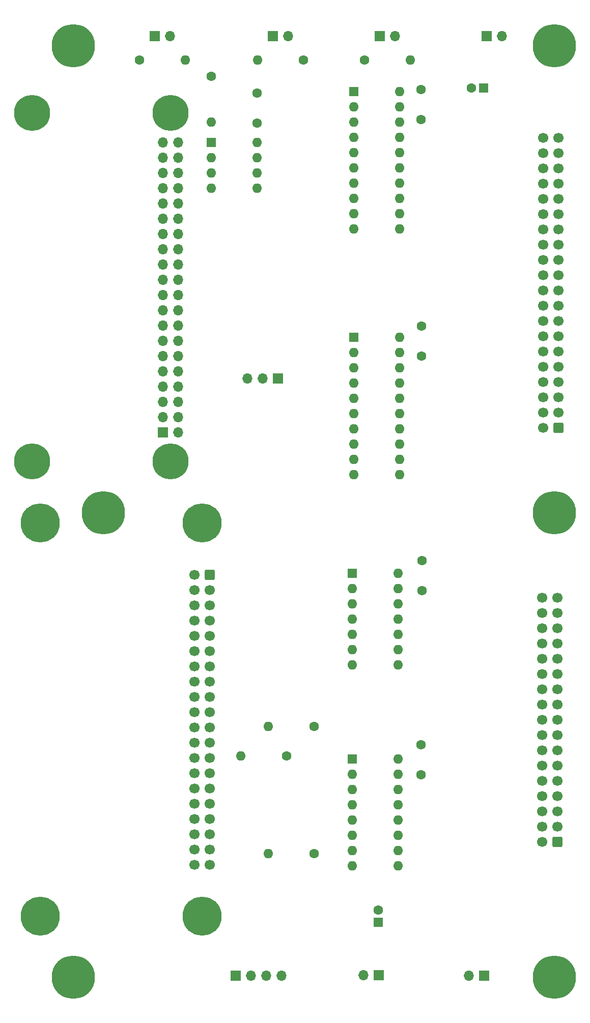
<source format=gbr>
%TF.GenerationSoftware,KiCad,Pcbnew,(6.0.11)*%
%TF.CreationDate,2024-01-03T20:09:10+00:00*%
%TF.ProjectId,BBCWinchesterPro,42424357-696e-4636-9865-737465725072,rev?*%
%TF.SameCoordinates,Original*%
%TF.FileFunction,Soldermask,Top*%
%TF.FilePolarity,Negative*%
%FSLAX46Y46*%
G04 Gerber Fmt 4.6, Leading zero omitted, Abs format (unit mm)*
G04 Created by KiCad (PCBNEW (6.0.11)) date 2024-01-03 20:09:10*
%MOMM*%
%LPD*%
G01*
G04 APERTURE LIST*
G04 Aperture macros list*
%AMRoundRect*
0 Rectangle with rounded corners*
0 $1 Rounding radius*
0 $2 $3 $4 $5 $6 $7 $8 $9 X,Y pos of 4 corners*
0 Add a 4 corners polygon primitive as box body*
4,1,4,$2,$3,$4,$5,$6,$7,$8,$9,$2,$3,0*
0 Add four circle primitives for the rounded corners*
1,1,$1+$1,$2,$3*
1,1,$1+$1,$4,$5*
1,1,$1+$1,$6,$7*
1,1,$1+$1,$8,$9*
0 Add four rect primitives between the rounded corners*
20,1,$1+$1,$2,$3,$4,$5,0*
20,1,$1+$1,$4,$5,$6,$7,0*
20,1,$1+$1,$6,$7,$8,$9,0*
20,1,$1+$1,$8,$9,$2,$3,0*%
G04 Aperture macros list end*
%ADD10R,1.600000X1.600000*%
%ADD11O,1.600000X1.600000*%
%ADD12C,1.600000*%
%ADD13C,7.200000*%
%ADD14C,6.500000*%
%ADD15RoundRect,0.250000X-0.600000X-0.600000X0.600000X-0.600000X0.600000X0.600000X-0.600000X0.600000X0*%
%ADD16C,1.700000*%
%ADD17R,1.700000X1.700000*%
%ADD18O,1.700000X1.700000*%
%ADD19RoundRect,0.250000X0.600000X0.600000X-0.600000X0.600000X-0.600000X-0.600000X0.600000X-0.600000X0*%
%ADD20C,6.000000*%
G04 APERTURE END LIST*
D10*
%TO.C,U3*%
X119360000Y-36501052D03*
D11*
X119360000Y-39041052D03*
X119360000Y-41581052D03*
X119360000Y-44121052D03*
X119360000Y-46661052D03*
X119360000Y-49201052D03*
X119360000Y-51741052D03*
X119360000Y-54281052D03*
X119360000Y-56821052D03*
X119360000Y-59361052D03*
X126980000Y-59361052D03*
X126980000Y-56821052D03*
X126980000Y-54281052D03*
X126980000Y-51741052D03*
X126980000Y-49201052D03*
X126980000Y-46661052D03*
X126980000Y-44121052D03*
X126980000Y-41581052D03*
X126980000Y-39041052D03*
X126980000Y-36501052D03*
%TD*%
D12*
%TO.C,C2*%
X130740000Y-114630000D03*
X130740000Y-119630000D03*
%TD*%
D13*
%TO.C,REF\u002A\u002A*%
X77722500Y-106600000D03*
%TD*%
D10*
%TO.C,C7*%
X140955113Y-35980000D03*
D12*
X138955113Y-35980000D03*
%TD*%
D14*
%TO.C,J4*%
X67250000Y-173809500D03*
X67250000Y-108310500D03*
X94130000Y-108310500D03*
X94130000Y-173809500D03*
D15*
X95400000Y-116930000D03*
D16*
X92860000Y-116930000D03*
X95400000Y-119470000D03*
X92860000Y-119470000D03*
X95400000Y-122010000D03*
X92860000Y-122010000D03*
X95400000Y-124550000D03*
X92860000Y-124550000D03*
X95400000Y-127090000D03*
X92860000Y-127090000D03*
X95400000Y-129630000D03*
X92860000Y-129630000D03*
X95400000Y-132170000D03*
X92860000Y-132170000D03*
X95400000Y-134710000D03*
X92860000Y-134710000D03*
X95400000Y-137250000D03*
X92860000Y-137250000D03*
X95400000Y-139790000D03*
X92860000Y-139790000D03*
X95400000Y-142330000D03*
X92860000Y-142330000D03*
X95400000Y-144870000D03*
X92860000Y-144870000D03*
X95400000Y-147410000D03*
X92860000Y-147410000D03*
X95400000Y-149950000D03*
X92860000Y-149950000D03*
X95400000Y-152490000D03*
X92860000Y-152490000D03*
X95400000Y-155030000D03*
X92860000Y-155030000D03*
X95400000Y-157570000D03*
X92860000Y-157570000D03*
X95400000Y-160110000D03*
X92860000Y-160110000D03*
X95400000Y-162650000D03*
X92860000Y-162650000D03*
X95400000Y-165190000D03*
X92860000Y-165190000D03*
%TD*%
D10*
%TO.C,U4*%
X119360000Y-77401052D03*
D11*
X119360000Y-79941052D03*
X119360000Y-82481052D03*
X119360000Y-85021052D03*
X119360000Y-87561052D03*
X119360000Y-90101052D03*
X119360000Y-92641052D03*
X119360000Y-95181052D03*
X119360000Y-97721052D03*
X119360000Y-100261052D03*
X126980000Y-100261052D03*
X126980000Y-97721052D03*
X126980000Y-95181052D03*
X126980000Y-92641052D03*
X126980000Y-90101052D03*
X126980000Y-87561052D03*
X126980000Y-85021052D03*
X126980000Y-82481052D03*
X126980000Y-79941052D03*
X126980000Y-77401052D03*
%TD*%
D12*
%TO.C,R4*%
X108204000Y-147066000D03*
D11*
X100584000Y-147066000D03*
%TD*%
D17*
%TO.C,D1*%
X86320060Y-27330000D03*
D18*
X88860060Y-27330000D03*
%TD*%
D12*
%TO.C,R7*%
X95700000Y-33980000D03*
D11*
X95700000Y-41600000D03*
%TD*%
D10*
%TO.C,U2*%
X119110000Y-147580000D03*
D11*
X119110000Y-150120000D03*
X119110000Y-152660000D03*
X119110000Y-155200000D03*
X119110000Y-157740000D03*
X119110000Y-160280000D03*
X119110000Y-162820000D03*
X119110000Y-165360000D03*
X126730000Y-165360000D03*
X126730000Y-162820000D03*
X126730000Y-160280000D03*
X126730000Y-157740000D03*
X126730000Y-155200000D03*
X126730000Y-152660000D03*
X126730000Y-150120000D03*
X126730000Y-147580000D03*
%TD*%
D13*
%TO.C,REF\u002A\u002A*%
X72722500Y-183900000D03*
%TD*%
D17*
%TO.C,J3*%
X123520000Y-183628571D03*
D18*
X120980000Y-183628571D03*
%TD*%
D12*
%TO.C,R5*%
X112790000Y-163340000D03*
D11*
X105170000Y-163340000D03*
%TD*%
D13*
%TO.C,REF\u002A\u002A*%
X152722500Y-106600000D03*
%TD*%
D12*
%TO.C,C6*%
X103320000Y-41756052D03*
X103320000Y-36756052D03*
%TD*%
%TO.C,C3*%
X130600000Y-145240000D03*
X130600000Y-150240000D03*
%TD*%
D17*
%TO.C,D3*%
X105907024Y-27330000D03*
D18*
X108447024Y-27330000D03*
%TD*%
D12*
%TO.C,R3*%
X121145060Y-31240000D03*
D11*
X128765060Y-31240000D03*
%TD*%
D10*
%TO.C,U5*%
X95680000Y-44970000D03*
D11*
X95680000Y-47510000D03*
X95680000Y-50050000D03*
X95680000Y-52590000D03*
X103300000Y-52590000D03*
X103300000Y-50050000D03*
X103300000Y-47510000D03*
X103300000Y-44970000D03*
%TD*%
D19*
%TO.C,J5*%
X153475000Y-92506052D03*
D16*
X150935000Y-92506052D03*
X153475000Y-89966052D03*
X150935000Y-89966052D03*
X153475000Y-87426052D03*
X150935000Y-87426052D03*
X153475000Y-84886052D03*
X150935000Y-84886052D03*
X153475000Y-82346052D03*
X150935000Y-82346052D03*
X153475000Y-79806052D03*
X150935000Y-79806052D03*
X153475000Y-77266052D03*
X150935000Y-77266052D03*
X153475000Y-74726052D03*
X150935000Y-74726052D03*
X153475000Y-72186052D03*
X150935000Y-72186052D03*
X153475000Y-69646052D03*
X150935000Y-69646052D03*
X153475000Y-67106052D03*
X150935000Y-67106052D03*
X153475000Y-64566052D03*
X150935000Y-64566052D03*
X153475000Y-62026052D03*
X150935000Y-62026052D03*
X153475000Y-59486052D03*
X150935000Y-59486052D03*
X153475000Y-56946052D03*
X150935000Y-56946052D03*
X153475000Y-54406052D03*
X150935000Y-54406052D03*
X153475000Y-51866052D03*
X150935000Y-51866052D03*
X153475000Y-49326052D03*
X150935000Y-49326052D03*
X153475000Y-46786052D03*
X150935000Y-46786052D03*
X153475000Y-44246052D03*
X150935000Y-44246052D03*
%TD*%
D17*
%TO.C,P1*%
X141460060Y-27340000D03*
D18*
X144000060Y-27340000D03*
%TD*%
D17*
%TO.C,JP1*%
X141035000Y-183710000D03*
D18*
X138495000Y-183710000D03*
%TD*%
D17*
%TO.C,D2*%
X123680060Y-27330000D03*
D18*
X126220060Y-27330000D03*
%TD*%
D10*
%TO.C,U1*%
X119110000Y-116740000D03*
D11*
X119110000Y-119280000D03*
X119110000Y-121820000D03*
X119110000Y-124360000D03*
X119110000Y-126900000D03*
X119110000Y-129440000D03*
X119110000Y-131980000D03*
X126730000Y-131980000D03*
X126730000Y-129440000D03*
X126730000Y-126900000D03*
X126730000Y-124360000D03*
X126730000Y-121820000D03*
X126730000Y-119280000D03*
X126730000Y-116740000D03*
%TD*%
D17*
%TO.C,J2*%
X99760000Y-183650000D03*
D18*
X102300000Y-183650000D03*
X104840000Y-183650000D03*
X107380000Y-183650000D03*
%TD*%
D12*
%TO.C,R1*%
X112790000Y-142200000D03*
D11*
X105170000Y-142200000D03*
%TD*%
D13*
%TO.C,REF\u002A\u002A*%
X72722500Y-28900000D03*
%TD*%
D12*
%TO.C,C5*%
X130620000Y-75596052D03*
X130620000Y-80596052D03*
%TD*%
D20*
%TO.C,J6*%
X88890000Y-98101052D03*
X88890000Y-40101052D03*
X65890000Y-98101052D03*
X65890000Y-40101052D03*
D17*
X87620000Y-93231052D03*
D18*
X90160000Y-93231052D03*
X87620000Y-90691052D03*
X90160000Y-90691052D03*
X87620000Y-88151052D03*
X90160000Y-88151052D03*
X87620000Y-85611052D03*
X90160000Y-85611052D03*
X87620000Y-83071052D03*
X90160000Y-83071052D03*
X87620000Y-80531052D03*
X90160000Y-80531052D03*
X87620000Y-77991052D03*
X90160000Y-77991052D03*
X87620000Y-75451052D03*
X90160000Y-75451052D03*
X87620000Y-72911052D03*
X90160000Y-72911052D03*
X87620000Y-70371052D03*
X90160000Y-70371052D03*
X87620000Y-67831052D03*
X90160000Y-67831052D03*
X87620000Y-65291052D03*
X90160000Y-65291052D03*
X87620000Y-62751052D03*
X90160000Y-62751052D03*
X87620000Y-60211052D03*
X90160000Y-60211052D03*
X87620000Y-57671052D03*
X90160000Y-57671052D03*
X87620000Y-55131052D03*
X90160000Y-55131052D03*
X87620000Y-52591052D03*
X90160000Y-52591052D03*
X87620000Y-50051052D03*
X90160000Y-50051052D03*
X87620000Y-47511052D03*
X90160000Y-47511052D03*
X87620000Y-44971052D03*
X90160000Y-44971052D03*
%TD*%
D12*
%TO.C,R2*%
X83785060Y-31240000D03*
D11*
X91405060Y-31240000D03*
%TD*%
D17*
%TO.C,P2*%
X106740000Y-84286052D03*
D18*
X104200000Y-84286052D03*
X101660000Y-84286052D03*
%TD*%
D19*
%TO.C,J1*%
X153225000Y-161380000D03*
D16*
X150685000Y-161380000D03*
X153225000Y-158840000D03*
X150685000Y-158840000D03*
X153225000Y-156300000D03*
X150685000Y-156300000D03*
X153225000Y-153760000D03*
X150685000Y-153760000D03*
X153225000Y-151220000D03*
X150685000Y-151220000D03*
X153225000Y-148680000D03*
X150685000Y-148680000D03*
X153225000Y-146140000D03*
X150685000Y-146140000D03*
X153225000Y-143600000D03*
X150685000Y-143600000D03*
X153225000Y-141060000D03*
X150685000Y-141060000D03*
X153225000Y-138520000D03*
X150685000Y-138520000D03*
X153225000Y-135980000D03*
X150685000Y-135980000D03*
X153225000Y-133440000D03*
X150685000Y-133440000D03*
X153225000Y-130900000D03*
X150685000Y-130900000D03*
X153225000Y-128360000D03*
X150685000Y-128360000D03*
X153225000Y-125820000D03*
X150685000Y-125820000D03*
X153225000Y-123280000D03*
X150685000Y-123280000D03*
X153225000Y-120740000D03*
X150685000Y-120740000D03*
%TD*%
D10*
%TO.C,C1*%
X123470000Y-174775112D03*
D12*
X123470000Y-172775112D03*
%TD*%
D13*
%TO.C,REF\u002A\u002A*%
X152722500Y-183900000D03*
%TD*%
%TO.C,REF\u002A\u002A*%
X152722500Y-28900000D03*
%TD*%
D12*
%TO.C,R6*%
X110992024Y-31240000D03*
D11*
X103372024Y-31240000D03*
%TD*%
D12*
%TO.C,C4*%
X130570000Y-36196052D03*
X130570000Y-41196052D03*
%TD*%
M02*

</source>
